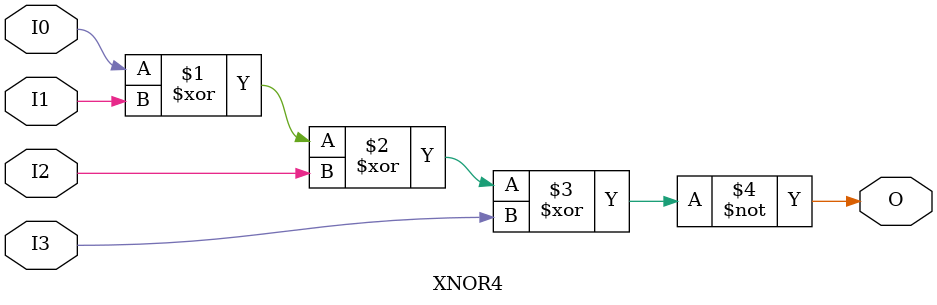
<source format=v>


`timescale  1 ps / 1 ps


module XNOR4 (O, I0, I1, I2, I3);

    output O;

    input  I0, I1, I2, I3;

	xnor X1 (O, I0, I1, I2, I3);


endmodule


</source>
